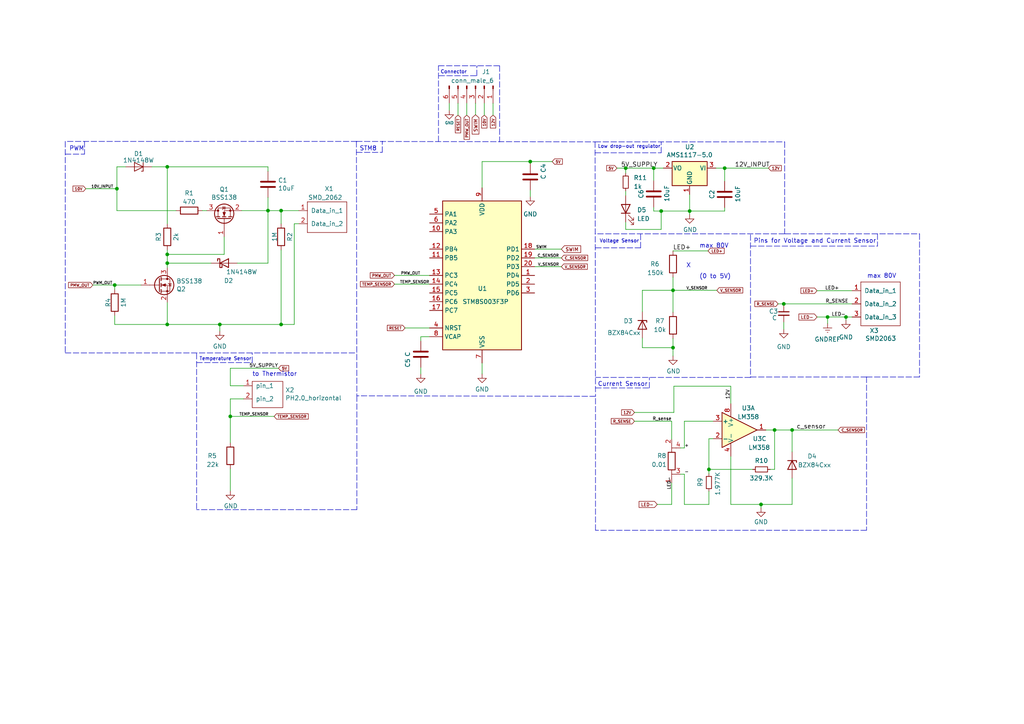
<source format=kicad_sch>
(kicad_sch (version 20211123) (generator eeschema)
  (paper "A4")
  (lib_symbols
    (symbol "Amplifier_Operational:LM358" (pin_names (offset 0.127))
      (property "Reference" "U" (at 0 5.08 0))
      (property "Value" "LM358" (at 0 -5.08 0))
      (symbol "LM358_1_1"
        (polyline (pts (xy -5.08 5.08) (xy 5.08 0) (xy -5.08 -5.08) (xy -5.08 5.08)) (stroke (width 0.254)) (fill (type background)))
        (pin output line (at 7.62 0 180) (length 2.54) (name "~") (number "1"))
        (pin input line (at -7.62 -2.54 0) (length 2.54) (name "-") (number "2"))
        (pin input line (at -7.62 2.54 0) (length 2.54) (name "+") (number "3"))
      )
      (symbol "LM358_2_1"
        (polyline (pts (xy -5.08 5.08) (xy 5.08 0) (xy -5.08 -5.08) (xy -5.08 5.08)) (stroke (width 0.254)) (fill (type background)))
        (pin input line (at -7.62 2.54 0) (length 2.54) (name "+") (number "5"))
        (pin input line (at -7.62 -2.54 0) (length 2.54) (name "-") (number "6"))
        (pin output line (at 7.62 0 180) (length 2.54) (name "~") (number "7"))
      )
      (symbol "LM358_3_1"
        (pin power_in line (at -2.54 -7.62 90) (length 3.81) (name "V-") (number "4"))
        (pin power_in line (at -2.54 7.62 270) (length 3.81) (name "V+") (number "8"))
      )
    )
    (symbol "Connector:Conn_01x06_Male" (pin_names (offset 1.016) hide)
      (property "Reference" "J" (at 0 7.62 0))
      (property "Value" "Conn_01x06_Male" (at 0 -10.16 0))
      (symbol "Conn_01x06_Male_1_1"
        (polyline (pts (xy 1.27 -7.62) (xy 0.8636 -7.62)) (stroke (width 0.1524)))
        (polyline (pts (xy 1.27 -5.08) (xy 0.8636 -5.08)) (stroke (width 0.1524)))
        (polyline (pts (xy 1.27 -2.54) (xy 0.8636 -2.54)) (stroke (width 0.1524)))
        (polyline (pts (xy 1.27 0) (xy 0.8636 0)) (stroke (width 0.1524)))
        (polyline (pts (xy 1.27 2.54) (xy 0.8636 2.54)) (stroke (width 0.1524)))
        (polyline (pts (xy 1.27 5.08) (xy 0.8636 5.08)) (stroke (width 0.1524)))
        (rectangle (start 0.8636 -7.493) (end 0 -7.747) (stroke (width 0.1524)) (fill (type outline)))
        (rectangle (start 0.8636 -4.953) (end 0 -5.207) (stroke (width 0.1524)) (fill (type outline)))
        (rectangle (start 0.8636 -2.413) (end 0 -2.667) (stroke (width 0.1524)) (fill (type outline)))
        (rectangle (start 0.8636 0.127) (end 0 -0.127) (stroke (width 0.1524)) (fill (type outline)))
        (rectangle (start 0.8636 2.667) (end 0 2.413) (stroke (width 0.1524)) (fill (type outline)))
        (rectangle (start 0.8636 5.207) (end 0 4.953) (stroke (width 0.1524)) (fill (type outline)))
        (pin passive line (at 5.08 5.08 180) (length 3.81) (name "Pin_1") (number "1"))
        (pin passive line (at 5.08 2.54 180) (length 3.81) (name "Pin_2") (number "2"))
        (pin passive line (at 5.08 0 180) (length 3.81) (name "Pin_3") (number "3"))
        (pin passive line (at 5.08 -2.54 180) (length 3.81) (name "Pin_4") (number "4"))
        (pin passive line (at 5.08 -5.08 180) (length 3.81) (name "Pin_5") (number "5"))
        (pin passive line (at 5.08 -7.62 180) (length 3.81) (name "Pin_6") (number "6"))
      )
    )
    (symbol "Custom_Library:PH2.0_horizontal" (pin_names (offset 1.016))
      (property "Reference" "U" (at 0 0 0))
      (property "Value" "PH2.0_horizontal" (at 1.27 2.54 0))
      (symbol "PH2.0_horizontal_0_1"
        (rectangle (start -3.81 -1.27) (end 5.08 -8.89))
      )
      (symbol "PH2.0_horizontal_1_1"
        (pin bidirectional line (at -6.35 -2.54 0) (length 2.54) (name "pin_1") (number "1"))
        (pin bidirectional line (at -6.35 -6.35 0) (length 2.54) (name "pin_2") (number "2"))
      )
    )
    (symbol "Custom_Library:SMD2063" (pin_names (offset 1.016))
      (property "Reference" "U" (at 0 -1.27 0))
      (property "Value" "SMD2063" (at 0 1.27 0))
      (symbol "SMD2063_0_1"
        (rectangle (start -5.08 -11.43) (end -5.08 -15.24))
        (rectangle (start 6.35 -15.24) (end -5.08 -15.24))
        (rectangle (start 6.35 -11.43) (end 6.35 -15.24))
      )
      (symbol "SMD2063_1_1"
        (rectangle (start -5.08 -2.54) (end -5.08 -11.43))
        (rectangle (start 6.35 -8.89) (end 6.35 -11.43))
        (rectangle (start 6.35 -5.08) (end 6.35 -8.89))
        (rectangle (start 6.35 -5.08) (end 6.35 -2.54))
        (rectangle (start 6.35 -2.54) (end -5.08 -2.54))
        (pin input line (at 8.89 -5.08 180) (length 2.54) (name "Data_in_1") (number "1"))
        (pin input line (at 8.89 -8.89 180) (length 2.54) (name "Data_in_2") (number "2"))
        (pin input line (at 8.89 -12.7 180) (length 2.54) (name "Data_in_3") (number "3"))
      )
    )
    (symbol "Custom_Library:SMD_2062" (pin_names (offset 1.016))
      (property "Reference" "U" (at -2.54 0 0))
      (property "Value" "SMD_2062" (at -2.54 2.54 0))
      (symbol "SMD_2062_0_1"
        (rectangle (start -7.62 -10.16) (end 3.81 -10.16))
        (rectangle (start -7.62 -1.27) (end -7.62 -10.16))
        (rectangle (start 3.81 -7.62) (end 3.81 -10.16))
        (rectangle (start 3.81 -3.81) (end 3.81 -7.62))
        (rectangle (start 3.81 -3.81) (end 3.81 -1.27))
        (rectangle (start 3.81 -1.27) (end -7.62 -1.27))
      )
      (symbol "SMD_2062_1_1"
        (pin input line (at 6.35 -3.81 180) (length 2.54) (name "Data_in_1") (number "1"))
        (pin input line (at 6.35 -7.62 180) (length 2.54) (name "Data_in_2") (number "2"))
      )
    )
    (symbol "Device:C" (pin_numbers hide) (pin_names (offset 0.254))
      (property "Reference" "C" (at 0.635 2.54 0))
      (property "Value" "C" (at 0.635 -2.54 0))
      (symbol "C_0_1"
        (polyline (pts (xy -2.032 -0.762) (xy 2.032 -0.762)) (stroke (width 0.508)))
        (polyline (pts (xy -2.032 0.762) (xy 2.032 0.762)) (stroke (width 0.508)))
      )
      (symbol "C_1_1"
        (pin passive line (at 0 3.81 270) (length 2.794) (name "~") (number "1"))
        (pin passive line (at 0 -3.81 90) (length 2.794) (name "~") (number "2"))
      )
    )
    (symbol "Device:C_Small" (pin_numbers hide) (pin_names (offset 0.254) hide)
      (property "Reference" "C" (at 0.254 1.778 0))
      (property "Value" "C_Small" (at 0.254 -2.032 0))
      (symbol "C_Small_0_1"
        (polyline (pts (xy -1.524 -0.508) (xy 1.524 -0.508)) (stroke (width 0.3302)))
        (polyline (pts (xy -1.524 0.508) (xy 1.524 0.508)) (stroke (width 0.3048)))
      )
      (symbol "C_Small_1_1"
        (pin passive line (at 0 2.54 270) (length 2.032) (name "~") (number "1"))
        (pin passive line (at 0 -2.54 90) (length 2.032) (name "~") (number "2"))
      )
    )
    (symbol "Device:D_Schottky" (pin_numbers hide) (pin_names (offset 1.016) hide)
      (property "Reference" "D" (at 0 2.54 0))
      (property "Value" "D_Schottky" (at 0 -2.54 0))
      (symbol "D_Schottky_0_1"
        (polyline (pts (xy 1.27 0) (xy -1.27 0)))
        (polyline (pts (xy 1.27 1.27) (xy 1.27 -1.27) (xy -1.27 0) (xy 1.27 1.27)) (stroke (width 0.254)))
        (polyline (pts (xy -1.905 0.635) (xy -1.905 1.27) (xy -1.27 1.27) (xy -1.27 -1.27) (xy -0.635 -1.27) (xy -0.635 -0.635)) (stroke (width 0.254)))
      )
      (symbol "D_Schottky_1_1"
        (pin passive line (at -3.81 0 0) (length 2.54) (name "K") (number "1"))
        (pin passive line (at 3.81 0 180) (length 2.54) (name "A") (number "2"))
      )
    )
    (symbol "Device:LED" (pin_numbers hide) (pin_names (offset 1.016) hide)
      (property "Reference" "D" (at 0 2.54 0))
      (property "Value" "LED" (at 0 -2.54 0))
      (symbol "LED_0_1"
        (polyline (pts (xy -1.27 -1.27) (xy -1.27 1.27)) (stroke (width 0.254)))
        (polyline (pts (xy -1.27 0) (xy 1.27 0)))
        (polyline (pts (xy 1.27 -1.27) (xy 1.27 1.27) (xy -1.27 0) (xy 1.27 -1.27)) (stroke (width 0.254)))
        (polyline (pts (xy -3.048 -0.762) (xy -4.572 -2.286) (xy -3.81 -2.286) (xy -4.572 -2.286) (xy -4.572 -1.524)))
        (polyline (pts (xy -1.778 -0.762) (xy -3.302 -2.286) (xy -2.54 -2.286) (xy -3.302 -2.286) (xy -3.302 -1.524)))
      )
      (symbol "LED_1_1"
        (pin passive line (at -3.81 0 0) (length 2.54) (name "K") (number "1"))
        (pin passive line (at 3.81 0 180) (length 2.54) (name "A") (number "2"))
      )
    )
    (symbol "Device:Q_NMOS_GSD" (pin_names (offset 0) hide)
      (property "Reference" "Q" (at 5.08 1.27 0))
      (property "Value" "Q_NMOS_GSD" (at 5.08 -1.27 0))
      (symbol "Q_NMOS_GSD_0_1"
        (polyline (pts (xy 0.254 0) (xy -2.54 0)))
        (polyline (pts (xy 0.254 1.905) (xy 0.254 -1.905)) (stroke (width 0.254)))
        (polyline (pts (xy 0.762 -1.27) (xy 0.762 -2.286)) (stroke (width 0.254)))
        (polyline (pts (xy 0.762 0.508) (xy 0.762 -0.508)) (stroke (width 0.254)))
        (polyline (pts (xy 0.762 2.286) (xy 0.762 1.27)) (stroke (width 0.254)))
        (polyline (pts (xy 2.54 2.54) (xy 2.54 1.778)))
        (polyline (pts (xy 2.54 -2.54) (xy 2.54 0) (xy 0.762 0)))
        (polyline (pts (xy 0.762 -1.778) (xy 3.302 -1.778) (xy 3.302 1.778) (xy 0.762 1.778)))
        (polyline (pts (xy 1.016 0) (xy 2.032 0.381) (xy 2.032 -0.381) (xy 1.016 0)) (fill (type outline)))
        (polyline (pts (xy 2.794 0.508) (xy 2.921 0.381) (xy 3.683 0.381) (xy 3.81 0.254)))
        (polyline (pts (xy 3.302 0.381) (xy 2.921 -0.254) (xy 3.683 -0.254) (xy 3.302 0.381)))
        (circle (center 1.651 0) (radius 2.794) (stroke (width 0.254)))
        (circle (center 2.54 -1.778) (radius 0.254) (fill (type outline)))
        (circle (center 2.54 1.778) (radius 0.254) (fill (type outline)))
      )
      (symbol "Q_NMOS_GSD_1_1"
        (pin input line (at -5.08 0 0) (length 2.54) (name "G") (number "1"))
        (pin passive line (at 2.54 -5.08 90) (length 2.54) (name "S") (number "2"))
        (pin passive line (at 2.54 5.08 270) (length 2.54) (name "D") (number "3"))
      )
    )
    (symbol "Device:R" (pin_numbers hide) (pin_names (offset 0))
      (property "Reference" "R" (at 2.032 0 90))
      (property "Value" "R" (at 0 0 90))
      (symbol "R_0_1"
        (rectangle (start -1.016 -2.54) (end 1.016 2.54) (stroke (width 0.254)))
      )
      (symbol "R_1_1"
        (pin passive line (at 0 3.81 270) (length 1.27) (name "~") (number "1"))
        (pin passive line (at 0 -3.81 90) (length 1.27) (name "~") (number "2"))
      )
    )
    (symbol "Device:R_Small" (pin_numbers hide) (pin_names (offset 0.254) hide)
      (property "Reference" "R" (at 0.762 0.508 0))
      (property "Value" "R_Small" (at 0.762 -1.016 0))
      (symbol "R_Small_0_1"
        (rectangle (start -0.762 1.778) (end 0.762 -1.778) (stroke (width 0.2032)))
      )
      (symbol "R_Small_1_1"
        (pin passive line (at 0 2.54 270) (length 0.762) (name "~") (number "1"))
        (pin passive line (at 0 -2.54 90) (length 0.762) (name "~") (number "2"))
      )
    )
    (symbol "Diode:BZX84Cxx" (pin_numbers hide) (pin_names hide)
      (property "Reference" "D" (at 0 3.81 0))
      (property "Value" "BZX84Cxx" (at 0 -3.81 0))
      (symbol "BZX84Cxx_0_1"
        (polyline (pts (xy 1.27 0) (xy -1.27 0)))
        (polyline (pts (xy -1.27 -1.27) (xy -1.27 1.27) (xy -0.762 1.27)) (stroke (width 0.254)))
        (polyline (pts (xy 1.27 -1.27) (xy 1.27 1.27) (xy -1.27 0) (xy 1.27 -1.27)) (stroke (width 0.254)))
      )
      (symbol "BZX84Cxx_1_1"
        (pin passive line (at 3.81 0 180) (length 2.54) (name "A") (number "1"))
        (pin no_connect line (at 1.27 0 180) (length 2.54) hide (name "NC") (number "2"))
        (pin passive line (at -3.81 0 0) (length 2.54) (name "K") (number "3"))
      )
    )
    (symbol "Light_controller-rescue:BZX84Cxx-Diode" (pin_numbers hide) (pin_names (offset 1.016) hide)
      (property "Reference" "D" (at 0 2.54 0))
      (property "Value" "BZX84Cxx-Diode" (at 0 -2.54 0))
      (symbol "BZX84Cxx-Diode_0_1"
        (polyline (pts (xy 1.27 0) (xy -1.27 0)))
        (polyline (pts (xy -1.27 -1.27) (xy -1.27 1.27) (xy -0.762 1.27)) (stroke (width 0.2032)))
        (polyline (pts (xy 1.27 -1.27) (xy 1.27 1.27) (xy -1.27 0) (xy 1.27 -1.27)) (stroke (width 0.2032)))
      )
      (symbol "BZX84Cxx-Diode_1_1"
        (pin passive line (at -3.81 0 0) (length 2.54) (name "K") (number "1"))
        (pin passive line (at 3.81 0 180) (length 2.54) (name "A") (number "2"))
      )
    )
    (symbol "MCU_ST_STM8:STM8S003F3P"
      (property "Reference" "U" (at 1.27 25.4 0))
      (property "Value" "STM8S003F3P" (at 1.27 22.86 0))
      (symbol "STM8S003F3P_0_1"
        (rectangle (start -11.43 21.59) (end 11.43 -21.59) (stroke (width 0.254)) (fill (type background)))
      )
      (symbol "STM8S003F3P_1_1"
        (pin bidirectional line (at 15.24 0 180) (length 3.81) (name "PD4") (number "1"))
        (pin bidirectional line (at -15.24 12.7 0) (length 3.81) (name "PA3") (number "10"))
        (pin bidirectional line (at -15.24 5.08 0) (length 3.81) (name "PB5") (number "11"))
        (pin bidirectional line (at -15.24 7.62 0) (length 3.81) (name "PB4") (number "12"))
        (pin bidirectional line (at -15.24 0 0) (length 3.81) (name "PC3") (number "13"))
        (pin bidirectional line (at -15.24 -2.54 0) (length 3.81) (name "PC4") (number "14"))
        (pin bidirectional line (at -15.24 -5.08 0) (length 3.81) (name "PC5") (number "15"))
        (pin bidirectional line (at -15.24 -7.62 0) (length 3.81) (name "PC6") (number "16"))
        (pin bidirectional line (at -15.24 -10.16 0) (length 3.81) (name "PC7") (number "17"))
        (pin bidirectional line (at 15.24 7.62 180) (length 3.81) (name "PD1") (number "18"))
        (pin bidirectional line (at 15.24 5.08 180) (length 3.81) (name "PD2") (number "19"))
        (pin bidirectional line (at 15.24 -2.54 180) (length 3.81) (name "PD5") (number "2"))
        (pin bidirectional line (at 15.24 2.54 180) (length 3.81) (name "PD3") (number "20"))
        (pin bidirectional line (at 15.24 -5.08 180) (length 3.81) (name "PD6") (number "3"))
        (pin input line (at -15.24 -15.24 0) (length 3.81) (name "NRST") (number "4"))
        (pin bidirectional line (at -15.24 17.78 0) (length 3.81) (name "PA1") (number "5"))
        (pin bidirectional line (at -15.24 15.24 0) (length 3.81) (name "PA2") (number "6"))
        (pin power_in line (at 0 -25.4 90) (length 3.81) (name "VSS") (number "7"))
        (pin passive line (at -15.24 -17.78 0) (length 3.81) (name "VCAP") (number "8"))
        (pin power_in line (at 0 25.4 270) (length 3.81) (name "VDD") (number "9"))
      )
    )
    (symbol "R_Kelvin_1" (pin_names (offset 0))
      (property "Reference" "R" (at 0 2.032 0))
      (property "Value" "R_Kelvin_1" (at 0 3.81 0))
      (symbol "R_Kelvin_1_0_1"
        (polyline (pts (xy -3.81 -1.27) (xy -3.81 0)))
        (polyline (pts (xy -2.54 0) (xy -5.08 0)))
        (polyline (pts (xy 3.81 -1.27) (xy 3.81 0)))
        (polyline (pts (xy 5.08 0) (xy 2.54 0)))
        (rectangle (start 2.54 -1.016) (end -2.54 1.016) (stroke (width 0.254)))
      )
      (symbol "R_Kelvin_1_1_1"
        (pin passive line (at -6.35 0 0) (length 1.27) (name "~") (number "1"))
        (pin passive line (at 6.35 0 180) (length 1.27) (name "~") (number "2"))
        (pin passive line (at -3.81 -2.54 90) (length 1.27) (name "~") (number "3"))
        (pin passive line (at 3.81 -2.54 90) (length 1.27) (name "~") (number "4"))
      )
    )
    (symbol "Regulator_Linear:AMS1117-5.0" (pin_names (offset 0.254))
      (property "Reference" "U" (at -3.81 3.175 0))
      (property "Value" "AMS1117-5.0" (at 0 3.175 0))
      (symbol "AMS1117-5.0_0_1"
        (rectangle (start -5.08 -5.08) (end 5.08 1.905) (stroke (width 0.254)) (fill (type background)))
      )
      (symbol "AMS1117-5.0_1_1"
        (pin power_in line (at 0 -7.62 90) (length 2.54) (name "GND") (number "1"))
        (pin power_out line (at 7.62 0 180) (length 2.54) (name "VO") (number "2"))
        (pin power_in line (at -7.62 0 0) (length 2.54) (name "VI") (number "3"))
      )
    )
    (symbol "power:GND" (power) (pin_names (offset 0))
      (property "Value" "GND" (at 0 -3.81 0))
      (symbol "GND_0_1"
        (polyline (pts (xy 0 0) (xy 0 -1.27) (xy 1.27 -1.27) (xy 0 -2.54) (xy -1.27 -1.27) (xy 0 -1.27)))
      )
      (symbol "GND_1_1"
        (pin power_in line (at 0 0 270) (length 0) hide (name "GND") (number "1"))
      )
    )
    (symbol "power:GNDREF" (power) (pin_names (offset 0))
      (property "Value" "GNDREF" (at 0 -3.81 0))
      (symbol "GNDREF_0_1"
        (polyline (pts (xy -0.635 -1.905) (xy 0.635 -1.905)))
        (polyline (pts (xy -0.127 -2.54) (xy 0.127 -2.54)))
        (polyline (pts (xy 0 -1.27) (xy 0 0)))
        (polyline (pts (xy 1.27 -1.27) (xy -1.27 -1.27)))
      )
      (symbol "GNDREF_1_1"
        (pin power_in line (at 0 0 270) (length 0) hide (name "GNDREF") (number "1"))
      )
    )
  )
  (junction (at 63.754 94.107))
  (junction (at 245.364 91.948))
  (junction (at 66.802 120.777))
  (junction (at 195.199 84.201))
  (junction (at 224.663 124.714))
  (junction (at 33.909 54.737))
  (junction (at 181.483 48.768))
  (junction (at 81.534 94.107))
  (junction (at 189.611 48.768))
  (junction (at 33.274 82.677))
  (junction (at 229.743 124.714))
  (junction (at 48.514 76.327))
  (junction (at 191.77 61.214))
  (junction (at 195.199 100.838))
  (junction (at 200.025 61.214))
  (junction (at 48.514 73.787))
  (junction (at 48.514 48.387))
  (junction (at 205.613 136.144))
  (junction (at 81.534 61.087))
  (junction (at 48.514 94.107))
  (junction (at 240.03 91.948))
  (junction (at 210.185 48.768))
  (junction (at 227.33 88.138))
  (junction (at 220.726 146.304))
  (junction (at 77.724 61.087))
  (junction (at 153.797 46.863))
  (wire (pts (xy 81.534 94.107) (xy 63.754 94.107)))
  (wire (pts (xy 210.185 48.768) (xy 222.885 48.768)))
  (wire (pts (xy 66.802 106.807) (xy 66.802 111.887)))
  (wire (pts (xy 220.726 146.304) (xy 229.743 146.304)))
  (wire (pts (xy 205.613 136.144) (xy 218.313 136.144)))
  (wire (pts (xy 124.587 79.883) (xy 114.427 79.883)))
  (polyline (pts (xy 73.152 105.156) (xy 73.152 102.362)))
  (wire (pts (xy 240.03 91.948) (xy 245.364 91.948)))
  (polyline (pts (xy 103.378 41.021) (xy 103.505 114.808)))
  (wire (pts (xy 33.274 94.107) (xy 33.274 91.567)))
  (wire (pts (xy 48.514 94.107) (xy 33.274 94.107)))
  (wire (pts (xy 189.611 48.768) (xy 189.611 52.451)))
  (wire (pts (xy 24.892 54.737) (xy 33.909 54.737)))
  (polyline (pts (xy 217.678 71.374) (xy 254.508 71.374)))
  (wire (pts (xy 210.185 60.198) (xy 210.185 61.214)))
  (wire (pts (xy 80.772 106.807) (xy 66.802 106.807)))
  (polyline (pts (xy 251.333 109.347) (xy 251.333 153.797)))
  (wire (pts (xy 135.382 29.972) (xy 135.382 33.401)))
  (wire (pts (xy 181.483 55.372) (xy 181.483 56.769)))
  (wire (pts (xy 186.309 84.201) (xy 186.309 90.424)))
  (wire (pts (xy 66.802 136.017) (xy 66.802 142.367)))
  (wire (pts (xy 240.03 91.948) (xy 240.03 93.853)))
  (wire (pts (xy 48.514 73.787) (xy 48.514 76.327)))
  (wire (pts (xy 194.818 140.081) (xy 194.818 146.304)))
  (wire (pts (xy 198.501 137.541) (xy 198.501 146.304)))
  (wire (pts (xy 70.104 61.087) (xy 77.724 61.087)))
  (wire (pts (xy 44.069 48.387) (xy 48.514 48.387)))
  (wire (pts (xy 66.802 115.697) (xy 66.802 120.777)))
  (wire (pts (xy 198.501 129.921) (xy 198.501 122.174)))
  (polyline (pts (xy 138.303 19.177) (xy 138.4046 19.177)))
  (wire (pts (xy 48.514 64.897) (xy 48.514 48.387)))
  (wire (pts (xy 236.982 84.328) (xy 247.142 84.328)))
  (wire (pts (xy 58.674 61.087) (xy 59.944 61.087)))
  (wire (pts (xy 223.393 136.144) (xy 224.663 136.144)))
  (wire (pts (xy 66.802 111.887) (xy 70.612 111.887)))
  (wire (pts (xy 195.199 98.171) (xy 195.199 100.838)))
  (wire (pts (xy 195.199 84.201) (xy 186.309 84.201)))
  (wire (pts (xy 81.534 61.087) (xy 81.534 64.897)))
  (wire (pts (xy 132.842 29.972) (xy 132.842 33.401)))
  (wire (pts (xy 225.679 88.138) (xy 227.33 88.138)))
  (wire (pts (xy 153.797 46.863) (xy 153.797 47.498)))
  (polyline (pts (xy 163.83 114.935) (xy 163.957 114.935)))
  (wire (pts (xy 197.358 137.541) (xy 198.501 137.541)))
  (wire (pts (xy 155.067 74.803) (xy 162.814 74.803)))
  (wire (pts (xy 139.827 46.863) (xy 153.797 46.863)))
  (wire (pts (xy 206.883 127.254) (xy 205.613 127.254)))
  (wire (pts (xy 85.344 64.897) (xy 85.344 94.107)))
  (wire (pts (xy 211.963 117.094) (xy 211.963 112.014)))
  (wire (pts (xy 130.302 29.972) (xy 130.302 32.004)))
  (wire (pts (xy 195.199 100.838) (xy 195.199 103.251)))
  (wire (pts (xy 86.614 64.897) (xy 85.344 64.897)))
  (wire (pts (xy 229.743 124.714) (xy 243.078 124.714)))
  (wire (pts (xy 200.025 56.388) (xy 200.025 61.214)))
  (polyline (pts (xy 217.678 109.347) (xy 251.333 109.347)))
  (wire (pts (xy 181.483 48.768) (xy 189.611 48.768)))
  (wire (pts (xy 227.33 88.138) (xy 247.142 88.138)))
  (wire (pts (xy 205.613 142.494) (xy 205.613 146.304)))
  (polyline (pts (xy 57.023 105.156) (xy 73.152 105.156)))
  (wire (pts (xy 77.724 76.327) (xy 77.724 61.087)))
  (polyline (pts (xy 103.378 41.021) (xy 172.593 41.148)))
  (wire (pts (xy 195.199 80.391) (xy 195.199 84.201)))
  (polyline (pts (xy 227.711 67.818) (xy 266.7 67.818)))
  (polyline (pts (xy 110.871 41.021) (xy 110.998 41.021)))
  (wire (pts (xy 181.483 66.548) (xy 191.77 66.548)))
  (wire (pts (xy 137.922 29.972) (xy 137.922 33.274)))
  (wire (pts (xy 191.77 66.548) (xy 191.77 61.214)))
  (wire (pts (xy 143.002 29.972) (xy 143.002 33.401)))
  (wire (pts (xy 191.77 61.214) (xy 200.025 61.214)))
  (wire (pts (xy 227.33 93.472) (xy 227.33 95.504)))
  (wire (pts (xy 140.462 29.972) (xy 140.462 33.401)))
  (wire (pts (xy 195.199 84.201) (xy 195.199 90.551)))
  (wire (pts (xy 189.611 60.071) (xy 189.611 61.214)))
  (wire (pts (xy 122.047 97.663) (xy 122.047 98.933)))
  (wire (pts (xy 224.663 124.714) (xy 224.663 136.144)))
  (polyline (pts (xy 103.378 44.196) (xy 110.871 44.196)))
  (polyline (pts (xy 127.2794 21.971) (xy 138.303 21.971)))
  (wire (pts (xy 195.453 119.634) (xy 195.453 112.014)))
  (polyline (pts (xy 191.77 44.323) (xy 191.77 41.148)))
  (wire (pts (xy 189.611 61.214) (xy 191.77 61.214)))
  (wire (pts (xy 195.453 112.014) (xy 211.963 112.014)))
  (wire (pts (xy 200.025 61.214) (xy 200.025 62.23)))
  (polyline (pts (xy 227.584 41.148) (xy 227.584 67.818)))
  (polyline (pts (xy 185.801 71.882) (xy 185.801 67.818)))
  (wire (pts (xy 195.199 84.201) (xy 207.899 84.201)))
  (polyline (pts (xy 172.72 112.522) (xy 188.341 112.522)))
  (wire (pts (xy 70.612 115.697) (xy 66.802 115.697)))
  (wire (pts (xy 178.943 48.768) (xy 181.483 48.768)))
  (polyline (pts (xy 172.593 41.148) (xy 172.72 114.935)))
  (wire (pts (xy 186.309 98.044) (xy 186.309 100.838)))
  (wire (pts (xy 153.797 55.118) (xy 153.797 57.023)))
  (wire (pts (xy 65.024 73.787) (xy 48.514 73.787)))
  (polyline (pts (xy 144.907 19.0754) (xy 144.907 41.1734)))
  (wire (pts (xy 48.514 87.757) (xy 48.514 94.107)))
  (wire (pts (xy 200.025 61.214) (xy 210.185 61.214)))
  (wire (pts (xy 229.743 138.684) (xy 229.743 146.304)))
  (wire (pts (xy 48.514 48.387) (xy 77.724 48.387)))
  (polyline (pts (xy 57.023 102.489) (xy 57.023 147.828)))
  (wire (pts (xy 186.309 100.838) (xy 195.199 100.838)))
  (wire (pts (xy 205.613 127.254) (xy 205.613 136.144)))
  (polyline (pts (xy 188.341 112.522) (xy 188.341 109.474)))
  (polyline (pts (xy 172.593 44.323) (xy 191.77 44.323)))
  (polyline (pts (xy 18.923 41.021) (xy 18.923 102.362)))
  (polyline (pts (xy 254.508 67.818) (xy 254.508 71.374)))
  (wire (pts (xy 211.963 132.334) (xy 211.963 146.304)))
  (wire (pts (xy 229.743 124.714) (xy 229.743 131.064)))
  (wire (pts (xy 194.818 122.174) (xy 194.818 127.381)))
  (wire (pts (xy 114.427 82.423) (xy 124.587 82.423)))
  (polyline (pts (xy 172.72 153.797) (xy 172.72 114.935)))
  (wire (pts (xy 48.514 76.327) (xy 48.514 77.597)))
  (polyline (pts (xy 266.7 67.818) (xy 266.7 109.347)))
  (wire (pts (xy 81.534 61.087) (xy 77.724 61.087)))
  (wire (pts (xy 33.274 82.677) (xy 33.274 83.947)))
  (wire (pts (xy 184.023 119.634) (xy 195.453 119.634)))
  (polyline (pts (xy 18.923 44.704) (xy 24.511 44.704)))
  (wire (pts (xy 122.047 106.553) (xy 122.047 108.458)))
  (wire (pts (xy 205.613 136.144) (xy 205.613 137.414)))
  (wire (pts (xy 198.501 146.304) (xy 205.613 146.304)))
  (wire (pts (xy 85.344 94.107) (xy 81.534 94.107)))
  (polyline (pts (xy 110.871 44.196) (xy 110.871 41.021)))
  (wire (pts (xy 197.358 129.921) (xy 198.501 129.921)))
  (polyline (pts (xy 18.923 102.362) (xy 103.505 102.362)))
  (polyline (pts (xy 103.505 147.828) (xy 57.023 147.828)))
  (polyline (pts (xy 172.72 114.935) (xy 103.505 114.808)))
  (wire (pts (xy 124.587 97.663) (xy 122.047 97.663)))
  (wire (pts (xy 33.909 54.737) (xy 33.909 61.087)))
  (wire (pts (xy 33.909 48.387) (xy 36.449 48.387)))
  (wire (pts (xy 66.802 120.777) (xy 66.802 128.397)))
  (wire (pts (xy 61.214 76.327) (xy 48.514 76.327)))
  (wire (pts (xy 68.834 76.327) (xy 77.724 76.327)))
  (wire (pts (xy 222.123 124.714) (xy 224.663 124.714)))
  (wire (pts (xy 211.963 146.304) (xy 220.726 146.304)))
  (wire (pts (xy 224.663 124.714) (xy 229.743 124.714)))
  (wire (pts (xy 117.475 95.123) (xy 124.587 95.123)))
  (wire (pts (xy 77.724 49.657) (xy 77.724 48.387)))
  (polyline (pts (xy 138.303 21.971) (xy 138.303 19.177)))
  (wire (pts (xy 236.982 91.948) (xy 240.03 91.948)))
  (wire (pts (xy 51.054 61.087) (xy 33.909 61.087)))
  (polyline (pts (xy 227.584 67.818) (xy 172.593 67.818)))
  (polyline (pts (xy 127.1778 41.0718) (xy 127.1778 19.0754)))
  (wire (pts (xy 245.364 91.948) (xy 245.364 92.837)))
  (wire (pts (xy 65.024 68.707) (xy 65.024 73.787)))
  (polyline (pts (xy 266.7 109.347) (xy 251.333 109.347)))
  (polyline (pts (xy 127.1778 19.0754) (xy 144.907 19.0754)))
  (wire (pts (xy 245.364 91.948) (xy 247.142 91.948)))
  (wire (pts (xy 153.797 46.863) (xy 160.147 46.863)))
  (wire (pts (xy 66.802 120.777) (xy 79.502 120.777)))
  (polyline (pts (xy 103.505 41.021) (xy 18.923 41.021)))
  (polyline (pts (xy 172.72 71.882) (xy 185.801 71.882)))
  (polyline (pts (xy 172.593 41.148) (xy 227.584 41.148)))
  (wire (pts (xy 195.199 72.771) (xy 205.359 72.771)))
  (polyline (pts (xy 24.511 41.021) (xy 24.511 44.704)))
  (wire (pts (xy 63.754 94.107) (xy 63.754 96.012)))
  (wire (pts (xy 227.33 88.138) (xy 227.33 88.392)))
  (wire (pts (xy 40.894 82.677) (xy 33.274 82.677)))
  (polyline (pts (xy 217.678 68.072) (xy 217.678 109.474)))
  (wire (pts (xy 63.754 94.107) (xy 48.514 94.107)))
  (wire (pts (xy 220.726 146.304) (xy 220.726 147.32)))
  (polyline (pts (xy 251.333 153.797) (xy 172.72 153.797)))
  (wire (pts (xy 77.724 61.087) (xy 77.724 57.277)))
  (wire (pts (xy 184.023 122.174) (xy 194.818 122.174)))
  (polyline (pts (xy 103.505 114.808) (xy 103.505 147.828)))
  (wire (pts (xy 139.827 105.283) (xy 139.827 108.458)))
  (wire (pts (xy 48.514 72.517) (xy 48.514 73.787)))
  (wire (pts (xy 33.909 48.387) (xy 33.909 54.737)))
  (wire (pts (xy 81.534 72.517) (xy 81.534 94.107)))
  (wire (pts (xy 33.274 82.677) (xy 26.924 82.677)))
  (wire (pts (xy 155.067 72.263) (xy 162.814 72.263)))
  (wire (pts (xy 181.483 64.389) (xy 181.483 66.548)))
  (polyline (pts (xy 217.678 109.474) (xy 172.72 109.474)))
  (wire (pts (xy 198.501 122.174) (xy 206.883 122.174)))
  (wire (pts (xy 207.645 48.768) (xy 210.185 48.768)))
  (wire (pts (xy 210.185 48.768) (xy 210.185 52.578)))
  (wire (pts (xy 155.067 77.343) (xy 162.814 77.343)))
  (wire (pts (xy 139.827 54.483) (xy 139.827 46.863)))
  (wire (pts (xy 189.611 48.768) (xy 192.405 48.768)))
  (wire (pts (xy 181.483 48.768) (xy 181.483 50.292)))
  (wire (pts (xy 86.614 61.087) (xy 81.534 61.087)))
  (wire (pts (xy 194.818 146.304) (xy 190.627 146.304)))
  (text "STM8" (at 104.267 43.942 0) (effects (font (size 1.27 1.27)) (justify left bottom)))
  (text "(0 to 5V)\n" (at 202.819 81.026 0) (effects (font (size 1.27 1.27)) (justify left bottom)))
  (text "PWM" (at 20.066 43.942 0) (effects (font (size 1.27 1.27)) (justify left bottom)))
  (text "Temperature Sensor" (at 57.785 104.775 0) (effects (font (size 1 1)) (justify left bottom)))
  (text "Voltage Sensor" (at 173.863 70.612 0) (effects (font (size 1 1)) (justify left bottom)))
  (text "max 80V" (at 202.819 72.136 0) (effects (font (size 1.27 1.27)) (justify left bottom)))
  (text "Connector" (at 127.7366 21.5646 0) (effects (font (size 1 1)) (justify left bottom)))
  (text "X\n" (at 199.009 77.851 0) (effects (font (size 1.27 1.27)) (justify left bottom)))
  (text "max 80V" (at 251.46 80.899 0) (effects (font (size 1.27 1.27)) (justify left bottom)))
  (text "to Thermistor" (at 73.152 109.347 0) (effects (font (size 1.27 1.27)) (justify left bottom)))
  (text "Low drop-out regulator" (at 173.355 43.18 0) (effects (font (size 1 1)) (justify left bottom)))
  (text "Current Sensor" (at 173.355 112.268 0) (effects (font (size 1.27 1.27)) (justify left bottom)))
  (text "Pins for Voltage and Current Sensor" (at 218.567 70.739 0) (effects (font (size 1.27 1.27)) (justify left bottom)))
  (label "-" (at 198.501 137.541 0) (effects (font (size 0.9 0.9))))
  (label "LED+" (at 195.199 72.771 0))
  (label "PWM_OUT" (at 26.924 82.677 0) (effects (font (size 0.8 0.8))))
  (label "LED-" (at 194.818 141.986 90) (effects (font (size 0.9 0.9))))
  (label "V_SENSOR" (at 155.956 77.343 0) (effects (font (size 0.8 0.8))))
  (label "R_SENSE" (at 239.395 88.138 0) (effects (font (size 1 1))))
  (label "V_SENSOR" (at 199.009 84.201 0) (effects (font (size 0.8 0.8))))
  (label "10V_INPUT" (at 26.416 54.737 0) (effects (font (size 0.8 0.8))))
  (label "PMW_OUT" (at 116.205 79.883 0) (effects (font (size 0.8 0.8))))
  (label "+" (at 198.501 129.921 0) (effects (font (size 0.9 0.9))))
  (label "12V" (at 211.963 115.824 90) (effects (font (size 1 1))))
  (label "TEMP_SENSOR" (at 69.342 120.777 0) (effects (font (size 0.8 0.8))))
  (label "5V_SUPPLY" (at 72.263 106.807 0) (effects (font (size 1 1))))
  (label "LED+" (at 239.268 84.328 0) (effects (font (size 1 1))))
  (label "TEMP_SENSOR" (at 115.951 82.423 0) (effects (font (size 0.8 0.8))))
  (label "R_sense" (at 194.818 122.174 180) (effects (font (size 0.9 0.9))))
  (label "12V_INPUT" (at 213.106 48.768 0))
  (label "SWIM" (at 155.448 72.263 0) (effects (font (size 0.8 0.8))))
  (label "LED-" (at 241.173 91.948 0) (effects (font (size 1 1))))
  (label "5V_SUPPLY" (at 180.086 48.768 0))
  (label "c_sensor" (at 231.013 124.714 0))
  (label "C_SENSOR" (at 155.829 74.803 0) (effects (font (size 0.8 0.8))))
  (global_label "5V" (shape input) (at 160.147 46.863 0) (effects (font (size 0.8 0.8))) (property "Intersheet References" "${INTERSHEET_REFS}" (effects hide)))
  (global_label "LED+" (shape input) (at 236.982 84.328 180) (effects (font (size 0.8 0.8))) (property "Intersheet References" "${INTERSHEET_REFS}" (effects hide)))
  (global_label "TEMP_SENSOR" (shape input) (at 79.502 120.777 0) (effects (font (size 0.8 0.8))) (property "Intersheet References" "${INTERSHEET_REFS}" (effects hide)))
  (global_label "PMW_OUT" (shape input) (at 114.427 79.883 180) (effects (font (size 0.8 0.8))) (property "Intersheet References" "${INTERSHEET_REFS}" (effects hide)))
  (global_label "PMW_OUT" (shape input) (at 26.924 82.677 180) (effects (font (size 0.8 0.8))) (property "Intersheet References" "${INTERSHEET_REFS}" (effects hide)))
  (global_label "10V" (shape input) (at 24.892 54.737 180) (effects (font (size 0.8 0.8))) (property "Intersheet References" "${INTERSHEET_REFS}" (effects hide)))
  (global_label "LED+" (shape input) (at 205.359 72.771 0) (effects (font (size 0.8 0.8))) (property "Intersheet References" "${INTERSHEET_REFS}" (effects hide)))
  (global_label "RESET" (shape input) (at 117.475 95.123 180) (effects (font (size 0.8 0.8))) (property "Intersheet References" "${INTERSHEET_REFS}" (effects hide)))
  (global_label "LED-" (shape input) (at 236.982 91.948 180) (effects (font (size 0.9 0.9))) (property "Intersheet References" "${INTERSHEET_REFS}" (effects hide)))
  (global_label "12V" (shape input) (at 184.023 119.634 180) (effects (font (size 0.8 0.8))) (property "Intersheet References" "${INTERSHEET_REFS}" (effects hide)))
  (global_label "R_SENSE" (shape input) (at 184.023 122.174 180) (effects (font (size 0.8 0.8))) (property "Intersheet References" "${INTERSHEET_REFS}" (effects hide)))
  (global_label "SWIM" (shape input) (at 137.922 33.274 270) (effects (font (size 1 1))) (property "Intersheet References" "${INTERSHEET_REFS}" (effects hide)))
  (global_label "5V" (shape input) (at 178.943 48.768 180) (effects (font (size 0.8 0.8))) (property "Intersheet References" "${INTERSHEET_REFS}" (effects hide)))
  (global_label "TEMP_SENSOR" (shape input) (at 114.427 82.423 180) (effects (font (size 0.8 0.8))) (property "Intersheet References" "${INTERSHEET_REFS}" (effects hide)))
  (global_label "C_SENSOR" (shape input) (at 243.078 124.714 0) (effects (font (size 0.8 0.8))) (property "Intersheet References" "${INTERSHEET_REFS}" (effects hide)))
  (global_label "12V" (shape input) (at 143.002 33.401 270) (effects (font (size 0.8 0.8))) (property "Intersheet References" "${INTERSHEET_REFS}" (effects hide)))
  (global_label "SWIM" (shape input) (at 162.814 72.263 0) (effects (font (size 1 1))) (property "Intersheet References" "${INTERSHEET_REFS}" (effects hide)))
  (global_label "LED-" (shape input) (at 190.627 146.304 180) (effects (font (size 0.9 0.9))) (property "Intersheet References" "${INTERSHEET_REFS}" (effects hide)))
  (global_label "C_SENSOR" (shape input) (at 162.814 74.803 0) (effects (font (size 0.8 0.8))) (property "Intersheet References" "${INTERSHEET_REFS}" (effects hide)))
  (global_label "10V" (shape input) (at 140.462 33.401 270) (effects (font (size 0.8 0.8))) (property "Intersheet References" "${INTERSHEET_REFS}" (effects hide)))
  (global_label "V_SENSOR" (shape input) (at 207.899 84.201 0) (effects (font (size 0.8 0.8))) (property "Intersheet References" "${INTERSHEET_REFS}" (effects hide)))
  (global_label "V_SENSOR" (shape input) (at 162.814 77.343 0) (effects (font (size 0.8 0.8))) (property "Intersheet References" "${INTERSHEET_REFS}" (effects hide)))
  (global_label "R_SENSE" (shape input) (at 225.679 88.138 180) (effects (font (size 0.8 0.8))) (property "Intersheet References" "${INTERSHEET_REFS}" (effects hide)))
  (global_label "RESET" (shape input) (at 132.842 33.401 270) (effects (font (size 0.8 0.8))) (property "Intersheet References" "${INTERSHEET_REFS}" (effects hide)))
  (global_label "5V" (shape input) (at 80.772 106.807 0) (effects (font (size 0.8 0.8))) (property "Intersheet References" "${INTERSHEET_REFS}" (effects hide)))
  (global_label "PMW_OUT" (shape input) (at 135.382 33.401 270) (effects (font (size 0.8 0.8))) (property "Intersheet References" "${INTERSHEET_REFS}" (effects hide)))
  (global_label "12V" (shape input) (at 222.885 48.768 0) (effects (font (size 0.8 0.8))) (property "Intersheet References" "${INTERSHEET_REFS}" (effects hide)))
  (symbol (lib_id "power:GND") (at 153.797 57.023 0) (unit 1)
    (property "Reference" "#PWR0109" (effects hide))
    (property "Value" "GND" (at 153.797 62.103 0))
  )
  (symbol (lib_id "Device:LED") (at 181.483 60.579 90) (unit 1)
    (property "Reference" "D5" (at 184.785 60.8964 90) (effects (justify right)))
    (property "Value" "LED" (at 184.785 63.4364 90) (effects (justify right)))
    (property "Footprint" "LED_SMD:LED_0603_1608Metric" (effects hide))
  )
  (symbol (lib_id "Amplifier_Operational:LM358") (at 214.503 124.714 0) (unit 1)
    (property "Reference" "U3" (at 217.043 118.364 0))
    (property "Value" "LM358" (at 217.043 120.904 0))
    (property "Footprint" "Package_SO:SOIC-8_3.9x4.9mm_P1.27mm" (effects hide))
    (property "Datasheet" "http://www.ti.com/lit/ds/symlink/lm2904-n.pdf" (effects hide))
  )
  (symbol (lib_id "power:GND") (at 139.827 108.458 0) (unit 1)
    (property "Reference" "#PWR0107" (effects hide))
    (property "Value" "GND" (at 139.827 112.903 0))
  )
  (symbol (lib_id "Diode:BZX84Cxx") (at 186.309 94.234 270) (unit 1)
    (property "Reference" "D3" (at 180.848 93.091 90) (effects (justify left)))
    (property "Value" "BZX84Cxx" (at 176.149 96.52 90) (effects (justify left)))
    (property "Footprint" "Package_TO_SOT_SMD:SOT-23" (effects hide))
    (property "Datasheet" "https://diotec.com/tl_files/diotec/files/pdf/datasheets/bzx84c2v4.pdf" (effects hide))
  )
  (symbol (lib_id "power:GND") (at 122.047 108.458 0) (unit 1)
    (property "Reference" "#PWR0108" (effects hide))
    (property "Value" "GND" (at 122.047 113.538 0))
  )
  (symbol (lib_id "power:GND") (at 63.754 96.012 0) (unit 1)
    (property "Reference" "#PWR0105" (effects hide))
    (property "Value" "GND" (at 63.754 100.457 0))
  )
  (symbol (lib_id "Connector:Conn_01x06_Male") (at 137.922 24.892 270) (unit 1)
    (property "Reference" "J1" (at 140.97 20.828 90))
    (property "Value" "conn_male_6" (at 137.033 23.368 90))
    (property "Footprint" "Connector_PinHeader_2.54mm:PinHeader_1x06_P2.54mm_Vertical" (effects hide))
  )
  (symbol (lib_id "Device:R") (at 195.199 94.361 0) (unit 1)
    (property "Reference" "R7" (at 191.389 93.091 0))
    (property "Value" "10k" (at 191.389 95.631 0))
    (property "Footprint" "Resistor_SMD:R_0805_2012Metric" (effects hide))
  )
  (symbol (lib_id "power:GND") (at 195.199 103.251 0) (unit 1)
    (property "Reference" "#PWR0104" (effects hide))
    (property "Value" "GND" (at 195.326 107.6452 0))
  )
  (symbol (lib_id "Device:R") (at 66.802 132.207 0) (unit 1)
    (property "Reference" "R5" (at 61.5442 132.207 0))
    (property "Value" "22k" (at 61.722 134.747 0))
    (property "Footprint" "Resistor_SMD:R_0805_2012Metric" (effects hide))
  )
  (symbol (lib_id "Device:R_Small") (at 220.853 136.144 90) (unit 1)
    (property "Reference" "R10" (at 220.853 133.604 90))
    (property "Value" "329.3K" (at 220.853 138.684 90))
    (property "Footprint" "Resistor_SMD:R_0805_2012Metric_Pad1.20x1.40mm_HandSolder" (effects hide))
  )
  (symbol (lib_id "Device:C_Small") (at 227.33 90.932 0) (unit 1)
    (property "Reference" "C3" (at 223.012 90.297 0) (effects (justify left)))
    (property "Value" "C" (at 223.901 92.202 0) (effects (justify left)))
    (property "Footprint" "Capacitor_SMD:C_0805_2012Metric_Pad1.18x1.45mm_HandSolder" (effects hide))
  )
  (symbol (lib_id "power:GNDREF") (at 240.03 93.853 0) (unit 1)
    (property "Reference" "#PWR01" (effects hide))
    (property "Value" "GNDREF" (at 240.03 98.425 0))
  )
  (symbol (lib_id "power:GND") (at 130.302 32.004 0) (unit 1)
    (property "Reference" "#PWR0110" (effects hide))
    (property "Value" "GND" (at 130.3274 35.6362 0) (effects (font (size 0.8 0.8))))
  )
  (symbol (lib_id "Device:Q_NMOS_GSD") (at 65.024 63.627 90) (unit 1)
    (property "Reference" "Q1" (at 65.024 54.9402 90))
    (property "Value" "BSS138" (at 65.024 57.2516 90))
    (property "Footprint" "Package_TO_SOT_SMD:SOT-23" (effects hide))
  )
  (symbol (lib_id "Device:C") (at 153.797 51.308 0) (unit 1)
    (property "Reference" "C4" (at 157.607 48.768 90))
    (property "Value" "C" (at 157.607 51.308 90))
    (property "Footprint" "Capacitor_SMD:C_0805_2012Metric" (effects hide))
  )
  (symbol (lib_id "Device:R") (at 81.534 68.707 0) (unit 1)
    (property "Reference" "R2" (at 84.074 68.707 90))
    (property "Value" "1M" (at 79.629 68.707 90))
    (property "Footprint" "Resistor_SMD:R_0805_2012Metric" (effects hide))
  )
  (symbol (lib_id "Light_controller-rescue:BZX84Cxx-Diode") (at 40.259 48.387 180) (unit 1)
    (property "Reference" "D1" (at 41.529 44.577 0) (effects (justify left)))
    (property "Value" "1N4148W" (at 44.704 46.482 0) (effects (justify left)))
    (property "Footprint" "Diode_SMD:D_SOD-123" (effects hide))
    (property "Datasheet" "https://diotec.com/tl_files/diotec/files/pdf/datasheets/bzx84c2v4.pdf" (effects hide))
  )
  (symbol (lib_id "Device:R_Small") (at 205.613 139.954 0) (unit 1)
    (property "Reference" "R9" (at 203.073 141.224 90) (effects (justify left)))
    (property "Value" "1.977K" (at 208.153 143.764 90) (effects (justify left)))
    (property "Footprint" "Resistor_SMD:R_0805_2012Metric_Pad1.20x1.40mm_HandSolder" (effects hide))
  )
  (symbol (lib_name "R_Kelvin_1") (lib_id "Device:R_Kelvin") (at 194.818 133.731 90) (unit 1)
    (property "Reference" "R8" (at 193.294 132.207 90) (effects (justify left)))
    (property "Value" "0.01" (at 193.421 134.747 90) (effects (justify left)))
    (property "Footprint" "Resistor_SMD:R_1210_RSENSEMetric" (effects hide))
  )
  (symbol (lib_id "Diode:BZX84Cxx") (at 229.743 134.874 270) (unit 1)
    (property "Reference" "D4" (at 234.188 132.334 90) (effects (justify left)))
    (property "Value" "BZX84Cxx" (at 231.394 134.874 90) (effects (justify left)))
    (property "Footprint" "Package_TO_SOT_SMD:SOT-23" (effects hide))
    (property "Datasheet" "https://diotec.com/tl_files/diotec/files/pdf/datasheets/bzx84c2v4.pdf" (effects hide))
  )
  (symbol (lib_id "Device:Q_NMOS_GSD") (at 45.974 82.677 0) (unit 1)
    (property "Reference" "Q2" (at 51.1556 83.8454 0) (effects (justify left)))
    (property "Value" "BSS138" (at 51.1556 81.534 0) (effects (justify left)))
    (property "Footprint" "Package_TO_SOT_SMD:SOT-23" (effects hide))
  )
  (symbol (lib_id "Device:R") (at 33.274 87.757 180) (unit 1)
    (property "Reference" "R4" (at 31.369 87.757 90))
    (property "Value" "1M" (at 35.814 87.757 90))
    (property "Footprint" "Resistor_SMD:R_0805_2012Metric" (effects hide))
  )
  (symbol (lib_id "Device:R") (at 54.864 61.087 90) (unit 1)
    (property "Reference" "R1" (at 54.864 56.007 90))
    (property "Value" "470" (at 54.864 58.547 90))
    (property "Footprint" "Resistor_SMD:R_0805_2012Metric" (effects hide))
  )
  (symbol (lib_id "power:GND") (at 245.364 92.837 0) (unit 1)
    (property "Reference" "#PWR02" (effects hide))
    (property "Value" "GND" (at 245.364 97.79 0))
  )
  (symbol (lib_id "Device:C") (at 210.185 56.388 0) (unit 1)
    (property "Reference" "C2" (at 206.502 56.388 90))
    (property "Value" "10uF" (at 213.995 56.261 90))
    (property "Footprint" "Capacitor_SMD:C_0805_2012Metric" (effects hide))
  )
  (symbol (lib_id "Amplifier_Operational:LM358") (at 214.503 124.714 0) (unit 3)
    (property "Reference" "U3" (at 218.313 127.254 0) (effects (justify left)))
    (property "Value" "LM358" (at 217.043 129.794 0) (effects (justify left)))
    (property "Footprint" "Package_SO:SOIC-8_3.9x4.9mm_P1.27mm" (effects hide))
    (property "Datasheet" "http://www.ti.com/lit/ds/symlink/lm2904-n.pdf" (effects hide))
  )
  (symbol (lib_id "Custom_Library:SMD_2062") (at 92.964 57.277 0) (mirror y) (unit 1)
    (property "Reference" "X1" (at 96.774 54.737 0) (effects (justify left)))
    (property "Value" "SMD_2062" (at 99.314 57.277 0) (effects (justify left)))
    (property "Footprint" "Custom_footprint_lib:LEDSMD2062" (effects hide))
  )
  (symbol (lib_id "power:GND") (at 200.025 62.23 0) (unit 1)
    (property "Reference" "#PWR0101" (effects hide))
    (property "Value" "GND" (at 200.152 66.6242 0))
  )
  (symbol (lib_id "MCU_ST_STM8:STM8S003F3P") (at 139.827 79.883 0) (unit 1)
    (property "Reference" "U1" (at 138.557 83.693 0) (effects (justify left)))
    (property "Value" "STM8S003F3P" (at 134.112 87.503 0) (effects (justify left)))
    (property "Footprint" "Package_SO:TSSOP-20_4.4x6.5mm_P0.65mm" (effects hide))
    (property "Datasheet" "http://www.st.com/st-web-ui/static/active/en/resource/technical/document/datasheet/DM00024550.pdf" (effects hide))
  )
  (symbol (lib_id "Regulator_Linear:AMS1117-5.0") (at 200.025 48.768 0) (mirror y) (unit 1)
    (property "Reference" "U2" (at 200.025 42.6212 0))
    (property "Value" "AMS1117-5.0" (at 200.025 44.9326 0))
    (property "Footprint" "Package_TO_SOT_SMD:SOT-223-3_TabPin2" (effects hide))
    (property "Datasheet" "http://www.advanced-monolithic.com/pdf/ds1117.pdf" (effects hide))
  )
  (symbol (lib_id "Custom_Library:PH2.0_horizontal") (at 76.962 109.347 0) (unit 1)
    (property "Reference" "X2" (at 82.7532 113.1316 0) (effects (justify left)))
    (property "Value" "PH2.0_horizontal" (at 82.7532 115.443 0) (effects (justify left)))
    (property "Footprint" "Connector_JST:JST_PH_S2B-PH-SM4-TB_1x02-1MP_P2.00mm_Horizontal" (effects hide))
  )
  (symbol (lib_id "power:GND") (at 220.726 147.32 0) (unit 1)
    (property "Reference" "#PWR0103" (effects hide))
    (property "Value" "GND" (at 220.726 151.384 0))
  )
  (symbol (lib_id "Device:R") (at 195.199 76.581 0) (unit 1)
    (property "Reference" "R6" (at 189.9412 76.581 0))
    (property "Value" "150k" (at 190.119 79.121 0))
    (property "Footprint" "Resistor_SMD:R_0805_2012Metric" (effects hide))
  )
  (symbol (lib_id "Device:R") (at 48.514 68.707 0) (unit 1)
    (property "Reference" "R3" (at 45.974 68.707 90))
    (property "Value" "2k" (at 51.054 68.707 90))
    (property "Footprint" "Resistor_SMD:R_0805_2012Metric" (effects hide))
  )
  (symbol (lib_id "Device:C") (at 189.611 56.261 0) (unit 1)
    (property "Reference" "C6" (at 185.928 56.261 90))
    (property "Value" "10uF" (at 193.421 56.134 90))
    (property "Footprint" "Capacitor_SMD:C_0805_2012Metric" (effects hide))
  )
  (symbol (lib_id "power:GND") (at 227.33 95.504 0) (unit 1)
    (property "Reference" "#PWR0102" (effects hide))
    (property "Value" "GND" (at 227.33 100.584 0))
  )
  (symbol (lib_id "Device:C") (at 77.724 53.467 0) (unit 1)
    (property "Reference" "C1" (at 80.645 52.2986 0) (effects (justify left)))
    (property "Value" "10uF" (at 80.645 54.61 0) (effects (justify left)))
    (property "Footprint" "Capacitor_SMD:C_0805_2012Metric" (effects hide))
  )
  (symbol (lib_id "Device:C") (at 122.047 102.743 180) (unit 1)
    (property "Reference" "C5" (at 118.237 105.283 90))
    (property "Value" "C" (at 118.237 102.743 90))
    (property "Footprint" "Capacitor_SMD:C_0805_2012Metric" (effects hide))
  )
  (symbol (lib_id "Device:D_Schottky") (at 65.024 76.327 0) (unit 1)
    (property "Reference" "D2" (at 66.294 81.407 0))
    (property "Value" "1N4148W" (at 70.104 78.867 0))
    (property "Footprint" "Diode_SMD:D_SOD-123" (effects hide))
  )
  (symbol (lib_id "power:GND") (at 66.802 142.367 0) (unit 1)
    (property "Reference" "#PWR0106" (effects hide))
    (property "Value" "GND" (at 66.929 146.7612 0))
  )
  (symbol (lib_id "Custom_Library:SMD2063") (at 256.032 79.248 0) (mirror y) (unit 1)
    (property "Reference" "X3" (at 252.222 95.885 0) (effects (justify right)))
    (property "Value" "SMD2063" (at 250.952 98.171 0) (effects (justify right)))
    (property "Footprint" "Custom_footprint_lib:SMD2063" (effects hide))
  )
  (symbol (lib_id "Device:R_Small") (at 181.483 52.832 0) (unit 1)
    (property "Reference" "R11" (at 183.769 51.5619 0) (effects (justify left)))
    (property "Value" "1k" (at 183.769 54.1019 0) (effects (justify left)))
    (property "Footprint" "Resistor_SMD:R_0805_2012Metric" (effects hide))
  )
)
</source>
